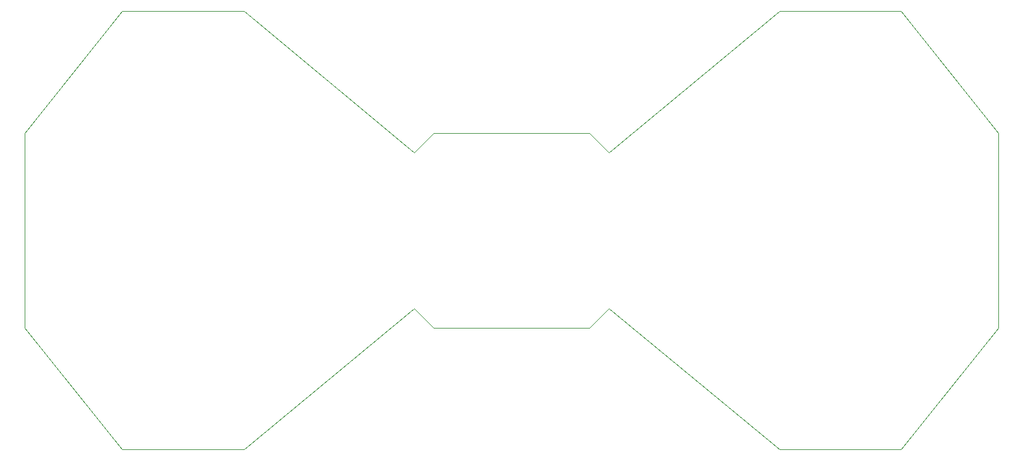
<source format=gm1>
G04 #@! TF.GenerationSoftware,KiCad,Pcbnew,(5.0.2-5-10.14)*
G04 #@! TF.CreationDate,2019-03-10T19:37:15-04:00*
G04 #@! TF.ProjectId,glowtie,676c6f77-7469-4652-9e6b-696361645f70,rev?*
G04 #@! TF.SameCoordinates,Original*
G04 #@! TF.FileFunction,Profile,NP*
%FSLAX46Y46*%
G04 Gerber Fmt 4.6, Leading zero omitted, Abs format (unit mm)*
G04 Created by KiCad (PCBNEW (5.0.2-5-10.14)) date Sunday, March 10, 2019 at 07:37:15 PM*
%MOMM*%
%LPD*%
G01*
G04 APERTURE LIST*
%ADD10C,0.100000*%
G04 APERTURE END LIST*
D10*
X12700000Y-28575000D02*
X12700000Y-53975000D01*
X139700000Y-53975000D02*
X139700000Y-28575000D01*
X111125000Y-69850000D02*
X88900000Y-51435000D01*
X127000000Y-69850000D02*
X111125000Y-69850000D01*
X139700000Y-53975000D02*
X127000000Y-69850000D01*
X111125000Y-12700000D02*
X88900000Y-31115000D01*
X127000000Y-12700000D02*
X111125000Y-12700000D01*
X127000000Y-12700000D02*
X139700000Y-28575000D01*
X86360000Y-28575000D02*
X88900000Y-31115000D01*
X66040000Y-28575000D02*
X86360000Y-28575000D01*
X63500000Y-31115000D02*
X66040000Y-28575000D01*
X63500000Y-31115000D02*
X41275000Y-12700000D01*
X41275000Y-69850000D02*
X63500000Y-51435000D01*
X66040000Y-53975000D02*
X63500000Y-51435000D01*
X76200000Y-53975000D02*
X66040000Y-53975000D01*
X86360000Y-53975000D02*
X88900000Y-51435000D01*
X76200000Y-53975000D02*
X86360000Y-53975000D01*
X25400000Y-12700000D02*
X41275000Y-12700000D01*
X25400000Y-69850000D02*
X41275000Y-69850000D01*
X12700000Y-53975000D02*
X25400000Y-69850000D01*
X25400000Y-12700000D02*
X12700000Y-28575000D01*
M02*

</source>
